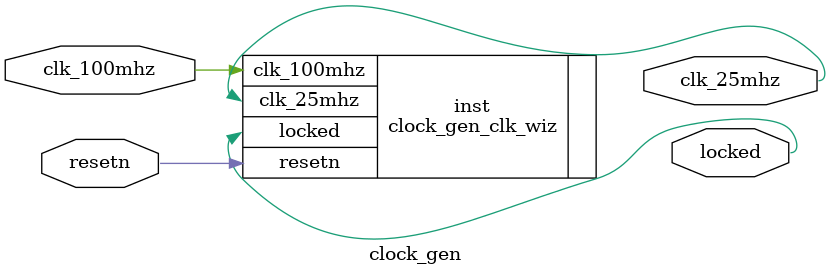
<source format=v>


`timescale 1ps/1ps

(* CORE_GENERATION_INFO = "clock_gen,clk_wiz_v6_0_8_0_0,{component_name=clock_gen,use_phase_alignment=true,use_min_o_jitter=false,use_max_i_jitter=false,use_dyn_phase_shift=false,use_inclk_switchover=false,use_dyn_reconfig=false,enable_axi=0,feedback_source=FDBK_AUTO,PRIMITIVE=PLL,num_out_clk=1,clkin1_period=10.000,clkin2_period=10.000,use_power_down=false,use_reset=true,use_locked=true,use_inclk_stopped=false,feedback_type=SINGLE,CLOCK_MGR_TYPE=NA,manual_override=false}" *)

module clock_gen 
 (
  // Clock out ports
  output        clk_25mhz,
  // Status and control signals
  input         resetn,
  output        locked,
 // Clock in ports
  input         clk_100mhz
 );

  clock_gen_clk_wiz inst
  (
  // Clock out ports  
  .clk_25mhz(clk_25mhz),
  // Status and control signals               
  .resetn(resetn), 
  .locked(locked),
 // Clock in ports
  .clk_100mhz(clk_100mhz)
  );

endmodule

</source>
